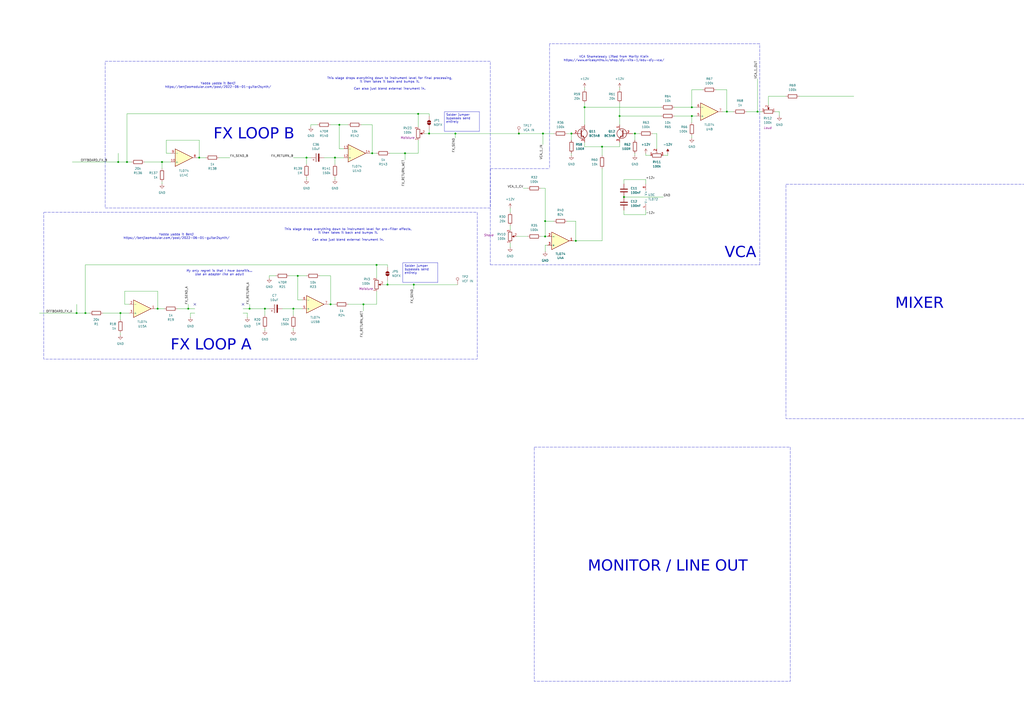
<source format=kicad_sch>
(kicad_sch (version 20231120) (generator "eeschema") (generator_version "8.0")
  (paper "A2")
  (title_block (title "Basiq Explorer") (rev "1.0") (company "velvia-fifty") (comment 1 "https://github.com/velvia-fifty/AudioThings") (comment 2 "If you only sent just one to the fab...") (comment 4 "Stay humble"))
  (lib_symbols
    (symbol "Amplifier_Operational:TL072" (pin_names (offset 0.127))
      (property "Reference" "U" (at 0 5.08 0))
      (property "Value" "TL072" (at 0 -5.08 0))
      (symbol "TL072_1_1"
        (polyline (pts (xy -5.08 5.08) (xy 5.08 0) (xy -5.08 -5.08) (xy -5.08 5.08)) (stroke (width 0.254)) (fill (type background)))
        (pin output line (at 7.62 0 180) (length 2.54) (name "~") (number "1"))
        (pin input line (at -7.62 -2.54 0) (length 2.54) (name "-") (number "2"))
        (pin input line (at -7.62 2.54 0) (length 2.54) (name "+") (number "3"))
      )
      (symbol "TL072_2_1"
        (polyline (pts (xy -5.08 5.08) (xy 5.08 0) (xy -5.08 -5.08) (xy -5.08 5.08)) (stroke (width 0.254)) (fill (type background)))
        (pin input line (at -7.62 2.54 0) (length 2.54) (name "+") (number "5"))
        (pin input line (at -7.62 -2.54 0) (length 2.54) (name "-") (number "6"))
        (pin output line (at 7.62 0 180) (length 2.54) (name "~") (number "7"))
      )
      (symbol "TL072_3_1"
        (pin power_in line (at -2.54 -7.62 90) (length 3.81) (name "V-") (number "4"))
        (pin power_in line (at -2.54 7.62 270) (length 3.81) (name "V+") (number "8"))
      )
    )
    (symbol "Amplifier_Operational:TL074" (pin_names (offset 0.127))
      (property "Reference" "U" (at 0 5.08 0))
      (property "Value" "TL074" (at 0 -5.08 0))
      (symbol "TL074_1_1"
        (polyline (pts (xy -5.08 5.08) (xy 5.08 0) (xy -5.08 -5.08) (xy -5.08 5.08)) (stroke (width 0.254)) (fill (type background)))
        (pin output line (at 7.62 0 180) (length 2.54) (name "~") (number "1"))
        (pin input line (at -7.62 -2.54 0) (length 2.54) (name "-") (number "2"))
        (pin input line (at -7.62 2.54 0) (length 2.54) (name "+") (number "3"))
      )
      (symbol "TL074_2_1"
        (polyline (pts (xy -5.08 5.08) (xy 5.08 0) (xy -5.08 -5.08) (xy -5.08 5.08)) (stroke (width 0.254)) (fill (type background)))
        (pin input line (at -7.62 2.54 0) (length 2.54) (name "+") (number "5"))
        (pin input line (at -7.62 -2.54 0) (length 2.54) (name "-") (number "6"))
        (pin output line (at 7.62 0 180) (length 2.54) (name "~") (number "7"))
      )
      (symbol "TL074_3_1"
        (polyline (pts (xy -5.08 5.08) (xy 5.08 0) (xy -5.08 -5.08) (xy -5.08 5.08)) (stroke (width 0.254)) (fill (type background)))
        (pin input line (at -7.62 2.54 0) (length 2.54) (name "+") (number "10"))
        (pin output line (at 7.62 0 180) (length 2.54) (name "~") (number "8"))
        (pin input line (at -7.62 -2.54 0) (length 2.54) (name "-") (number "9"))
      )
      (symbol "TL074_4_1"
        (polyline (pts (xy -5.08 5.08) (xy 5.08 0) (xy -5.08 -5.08) (xy -5.08 5.08)) (stroke (width 0.254)) (fill (type background)))
        (pin input line (at -7.62 2.54 0) (length 2.54) (name "+") (number "12"))
        (pin input line (at -7.62 -2.54 0) (length 2.54) (name "-") (number "13"))
        (pin output line (at 7.62 0 180) (length 2.54) (name "~") (number "14"))
      )
      (symbol "TL074_5_1"
        (pin power_in line (at -2.54 -7.62 90) (length 3.81) (name "V-") (number "11"))
        (pin power_in line (at -2.54 7.62 270) (length 3.81) (name "V+") (number "4"))
      )
    )
    (symbol "Connector:TestPoint" (pin_numbers hide) (pin_names (offset 0.762) hide)
      (property "Reference" "TP" (at 0 6.858 0))
      (property "Value" "TestPoint" (at 0 5.08 0))
      (symbol "TestPoint_0_1"
        (circle (center 0 3.302) (radius 0.762))
      )
      (symbol "TestPoint_1_1"
        (pin passive line (at 0 0 90) (length 2.54) (name "1") (number "1"))
      )
    )
    (symbol "Device:C" (pin_numbers hide) (pin_names (offset 0.254))
      (property "Reference" "C" (at 0.635 2.54 0))
      (property "Value" "C" (at 0.635 -2.54 0))
      (symbol "C_0_1"
        (polyline (pts (xy -2.032 -0.762) (xy 2.032 -0.762)) (stroke (width 0.508)))
        (polyline (pts (xy -2.032 0.762) (xy 2.032 0.762)) (stroke (width 0.508)))
      )
      (symbol "C_1_1"
        (pin passive line (at 0 3.81 270) (length 2.794) (name "~") (number "1"))
        (pin passive line (at 0 -3.81 90) (length 2.794) (name "~") (number "2"))
      )
    )
    (symbol "Device:C_Polarized" (pin_numbers hide) (pin_names (offset 0.254))
      (property "Reference" "C" (at 0.635 2.54 0))
      (property "Value" "C_Polarized" (at 0.635 -2.54 0))
      (symbol "C_Polarized_0_1"
        (rectangle (start -2.286 0.508) (end 2.286 1.016))
        (polyline (pts (xy -1.778 2.286) (xy -0.762 2.286)))
        (polyline (pts (xy -1.27 2.794) (xy -1.27 1.778)))
        (rectangle (start 2.286 -0.508) (end -2.286 -1.016) (fill (type outline)))
      )
      (symbol "C_Polarized_1_1"
        (pin passive line (at 0 3.81 270) (length 2.794) (name "~") (number "1"))
        (pin passive line (at 0 -3.81 90) (length 2.794) (name "~") (number "2"))
      )
    )
    (symbol "Device:R" (pin_numbers hide) (pin_names (offset 0))
      (property "Reference" "R" (at 2.032 0 90))
      (property "Value" "R" (at 0 0 90))
      (symbol "R_0_1"
        (rectangle (start -1.016 -2.54) (end 1.016 2.54) (stroke (width 0.254)))
      )
      (symbol "R_1_1"
        (pin passive line (at 0 3.81 270) (length 1.27) (name "~") (number "1"))
        (pin passive line (at 0 -3.81 90) (length 1.27) (name "~") (number "2"))
      )
    )
    (symbol "Device:R_Potentiometer" (pin_names (offset 1.016) hide)
      (property "Reference" "RV" (at -4.445 0 90))
      (property "Value" "R_Potentiometer" (at -2.54 0 90))
      (symbol "R_Potentiometer_0_1"
        (polyline (pts (xy 2.54 0) (xy 1.524 0)))
        (polyline (pts (xy 1.143 0) (xy 2.286 0.508) (xy 2.286 -0.508) (xy 1.143 0)) (fill (type outline)))
        (rectangle (start 1.016 2.54) (end -1.016 -2.54) (stroke (width 0.254)))
      )
      (symbol "R_Potentiometer_1_1"
        (pin passive line (at 0 3.81 270) (length 1.27) (name "1") (number "1"))
        (pin passive line (at 3.81 0 180) (length 1.27) (name "2") (number "2"))
        (pin passive line (at 0 -3.81 90) (length 1.27) (name "3") (number "3"))
      )
    )
    (symbol "Device:R_Potentiometer_Trim" (pin_names (offset 1.016) hide)
      (property "Reference" "RV" (at -4.445 0 90))
      (property "Value" "R_Potentiometer_Trim" (at -2.54 0 90))
      (symbol "R_Potentiometer_Trim_0_1"
        (polyline (pts (xy 1.524 0.762) (xy 1.524 -0.762)))
        (polyline (pts (xy 2.54 0) (xy 1.524 0)))
        (rectangle (start 1.016 2.54) (end -1.016 -2.54) (stroke (width 0.254)))
      )
      (symbol "R_Potentiometer_Trim_1_1"
        (pin passive line (at 0 3.81 270) (length 1.27) (name "1") (number "1"))
        (pin passive line (at 3.81 0 180) (length 1.27) (name "2") (number "2"))
        (pin passive line (at 0 -3.81 90) (length 1.27) (name "3") (number "3"))
      )
    )
    (symbol "Jumper:SolderJumper_2_Open" (pin_numbers hide) (pin_names (offset 0) hide) (exclude_from_sim yes) (in_bom no)
      (property "Reference" "JP" (at 0 2.032 0))
      (property "Value" "SolderJumper_2_Open" (at 0 -2.54 0))
      (symbol "SolderJumper_2_Open_0_1"
        (arc (start -0.254 1.016) (mid -1.2656 0) (end -0.254 -1.016))
        (arc (start -0.254 1.016) (mid -1.2656 0) (end -0.254 -1.016) (fill (type outline)))
        (polyline (pts (xy -0.254 1.016) (xy -0.254 -1.016)))
        (polyline (pts (xy 0.254 1.016) (xy 0.254 -1.016)))
        (arc (start 0.254 -1.016) (mid 1.2656 0) (end 0.254 1.016))
        (arc (start 0.254 -1.016) (mid 1.2656 0) (end 0.254 1.016) (fill (type outline)))
      )
      (symbol "SolderJumper_2_Open_1_1"
        (pin passive line (at -3.81 0 0) (length 2.54) (name "A") (number "1"))
        (pin passive line (at 3.81 0 180) (length 2.54) (name "B") (number "2"))
      )
    )
    (symbol "Transistor_BJT:BC548" (pin_names (offset 0) hide)
      (property "Reference" "Q" (at 5.08 1.905 0))
      (property "Value" "BC548" (at 5.08 0 0))
      (symbol "BC548_0_1"
        (polyline (pts (xy 0 0) (xy 0.635 0)))
        (polyline (pts (xy 0.635 0.635) (xy 2.54 2.54)))
        (polyline (pts (xy 0.635 -0.635) (xy 2.54 -2.54) (xy 2.54 -2.54)))
        (polyline (pts (xy 0.635 1.905) (xy 0.635 -1.905) (xy 0.635 -1.905)) (stroke (width 0.508)))
        (polyline (pts (xy 1.27 -1.778) (xy 1.778 -1.27) (xy 2.286 -2.286) (xy 1.27 -1.778) (xy 1.27 -1.778)) (fill (type outline)))
        (circle (center 1.27 0) (radius 2.8194) (stroke (width 0.254)))
      )
      (symbol "BC548_1_1"
        (pin passive line (at 2.54 5.08 270) (length 2.54) (name "C") (number "1"))
        (pin input line (at -5.08 0 0) (length 5.08) (name "B") (number "2"))
        (pin passive line (at 2.54 -5.08 90) (length 2.54) (name "E") (number "3"))
      )
    )
    (symbol "power:+12V" (power) (pin_numbers hide) (pin_names (offset 0) hide)
      (property "Value" "+12V" (at 0 3.556 0))
      (symbol "+12V_0_1"
        (polyline (pts (xy -0.762 1.27) (xy 0 2.54)))
        (polyline (pts (xy 0 0) (xy 0 2.54)))
        (polyline (pts (xy 0 2.54) (xy 0.762 1.27)))
      )
      (symbol "+12V_1_1"
        (pin power_in line (at 0 0 90) (length 0) (name "~") (number "1"))
      )
    )
    (symbol "power:-12V" (power) (pin_numbers hide) (pin_names (offset 0) hide)
      (property "Value" "-12V" (at 0 3.556 0))
      (symbol "-12V_0_0"
        (pin power_in line (at 0 0 90) (length 0) (name "~") (number "1"))
      )
      (symbol "-12V_0_1"
        (polyline (pts (xy 0 0) (xy 0 1.27) (xy 0.762 1.27) (xy 0 2.54) (xy -0.762 1.27) (xy 0 1.27)) (fill (type outline)))
      )
    )
    (symbol "power:GND" (power) (pin_numbers hide) (pin_names (offset 0) hide)
      (property "Value" "GND" (at 0 -3.81 0))
      (symbol "GND_0_1"
        (polyline (pts (xy 0 0) (xy 0 -1.27) (xy 1.27 -1.27) (xy 0 -2.54) (xy -1.27 -1.27) (xy 0 -1.27)))
      )
      (symbol "GND_1_1"
        (pin power_in line (at 0 0 270) (length 0) (name "~") (number "1"))
      )
    )
  )
  (junction (at 300.99 77.47))
  (junction (at 196.85 72.39))
  (junction (at 218.44 153.67))
  (junction (at 248.92 77.47))
  (junction (at 172.72 160.02))
  (junction (at 68.58 93.98))
  (junction (at 401.32 62.23))
  (junction (at 334.01 139.7))
  (junction (at 314.96 77.47))
  (junction (at 170.18 179.07))
  (junction (at 401.32 67.31))
  (junction (at 191.77 176.53))
  (junction (at 93.98 93.98))
  (junction (at 215.9 88.9))
  (junction (at 240.03 165.1))
  (junction (at 368.3 77.47))
  (junction (at 439.42 64.77))
  (junction (at 153.67 179.07))
  (junction (at 316.23 137.16))
  (junction (at 421.64 64.77))
  (junction (at 316.23 128.27))
  (junction (at 224.79 165.1))
  (junction (at 115.57 91.44))
  (junction (at 234.95 88.9))
  (junction (at 69.85 181.61))
  (junction (at 91.44 179.07))
  (junction (at 109.22 179.07))
  (junction (at 349.25 85.09))
  (junction (at 73.66 93.98))
  (junction (at 177.8 91.44))
  (junction (at 144.78 179.07))
  (junction (at 264.16 77.47))
  (junction (at 44.45 181.61))
  (junction (at 361.95 114.3))
  (junction (at 359.41 67.31))
  (junction (at 194.31 91.44))
  (junction (at 49.53 181.61))
  (junction (at 339.09 62.23))
  (junction (at 210.82 176.53))
  (junction (at 331.47 77.47))
  (junction (at 242.57 66.04))
  (no_connect (at 140.97 176.53))
  (no_connect (at 113.03 176.53))
  (wire (pts (xy 209.55 72.39) (xy 215.9 72.39)))
  (wire (pts (xy 210.82 180.34) (xy 210.82 176.53)))
  (wire (pts (xy 401.32 52.07) (xy 401.32 62.23)))
  (polyline (pts (xy 284.48 97.79) (xy 284.48 153.67)) (stroke (width 0) (type dash)))
  (wire (pts (xy 140.97 179.07) (xy 144.78 179.07)))
  (wire (pts (xy 374.65 104.14) (xy 374.65 106.68)))
  (wire (pts (xy 316.23 109.22) (xy 316.23 128.27)))
  (wire (pts (xy 368.3 81.28) (xy 368.3 77.47)))
  (wire (pts (xy 109.22 176.53) (xy 109.22 179.07)))
  (wire (pts (xy 439.42 45.72) (xy 439.42 64.77)))
  (wire (pts (xy 439.42 64.77) (xy 433.07 64.77)))
  (wire (pts (xy 191.77 72.39) (xy 196.85 72.39)))
  (wire (pts (xy 295.91 143.51) (xy 295.91 140.97)))
  (wire (pts (xy 359.41 85.09) (xy 359.41 82.55)))
  (wire (pts (xy 175.26 173.99) (xy 172.72 173.99)))
  (wire (pts (xy 91.44 168.91) (xy 91.44 179.07)))
  (wire (pts (xy 374.65 124.46) (xy 374.65 121.92)))
  (wire (pts (xy 313.69 137.16) (xy 316.23 137.16)))
  (wire (pts (xy 73.66 93.98) (xy 76.2 93.98)))
  (wire (pts (xy 144.78 176.53) (xy 144.78 179.07)))
  (wire (pts (xy 102.87 179.07) (xy 109.22 179.07)))
  (wire (pts (xy 74.93 176.53) (xy 72.39 176.53)))
  (wire (pts (xy 303.53 109.22) (xy 306.07 109.22)))
  (wire (pts (xy 295.91 120.65) (xy 295.91 123.19)))
  (wire (pts (xy 199.39 91.44) (xy 194.31 91.44)))
  (wire (pts (xy 381 86.36) (xy 381 77.47)))
  (wire (pts (xy 127 91.44) (xy 133.35 91.44)))
  (wire (pts (xy 339.09 50.8) (xy 339.09 52.07)))
  (polyline (pts (xy 284.48 97.79) (xy 318.77 97.79)) (stroke (width 0) (type dash)))
  (wire (pts (xy 153.67 182.88) (xy 153.67 179.07)))
  (wire (pts (xy 218.44 88.9) (xy 215.9 88.9)))
  (wire (pts (xy 248.92 77.47) (xy 246.38 77.47)))
  (wire (pts (xy 300.99 77.47) (xy 314.96 77.47)))
  (wire (pts (xy 242.57 73.66) (xy 242.57 66.04)))
  (wire (pts (xy 314.96 77.47) (xy 314.96 83.82)))
  (wire (pts (xy 224.79 165.1) (xy 222.25 165.1)))
  (wire (pts (xy 172.72 160.02) (xy 177.8 160.02)))
  (polyline (pts (xy 440.69 25.4) (xy 318.77 25.4)) (stroke (width 0) (type dash)))
  (wire (pts (xy 316.23 109.22) (xy 313.69 109.22)))
  (wire (pts (xy 368.3 90.17) (xy 368.3 88.9)))
  (wire (pts (xy 69.85 181.61) (xy 69.85 185.42)))
  (wire (pts (xy 334.01 139.7) (xy 349.25 139.7)))
  (wire (pts (xy 91.44 179.07) (xy 90.17 179.07)))
  (wire (pts (xy 180.34 91.44) (xy 177.8 91.44)))
  (wire (pts (xy 374.65 88.9) (xy 374.65 90.17)))
  (wire (pts (xy 170.18 179.07) (xy 163.83 179.07)))
  (wire (pts (xy 445.77 55.88) (xy 455.93 55.88)))
  (wire (pts (xy 49.53 181.61) (xy 52.07 181.61)))
  (wire (pts (xy 93.98 105.41) (xy 93.98 106.68)))
  (wire (pts (xy 194.31 95.25) (xy 194.31 91.44)))
  (wire (pts (xy 248.92 77.47) (xy 264.16 77.47)))
  (wire (pts (xy 441.96 64.77) (xy 439.42 64.77)))
  (wire (pts (xy 144.78 179.07) (xy 153.67 179.07)))
  (wire (pts (xy 328.93 77.47) (xy 331.47 77.47)))
  (wire (pts (xy 316.23 128.27) (xy 321.31 128.27)))
  (wire (pts (xy 421.64 64.77) (xy 421.64 52.07)))
  (wire (pts (xy 359.41 50.8) (xy 359.41 52.07)))
  (wire (pts (xy 361.95 114.3) (xy 384.81 114.3)))
  (wire (pts (xy 96.52 88.9) (xy 96.52 81.28)))
  (wire (pts (xy 391.16 62.23) (xy 401.32 62.23)))
  (wire (pts (xy 201.93 176.53) (xy 210.82 176.53)))
  (wire (pts (xy 248.92 74.93) (xy 248.92 77.47)))
  (wire (pts (xy 316.23 137.16) (xy 316.23 128.27)))
  (wire (pts (xy 316.23 142.24) (xy 316.23 146.05)))
  (wire (pts (xy 210.82 176.53) (xy 218.44 176.53)))
  (wire (pts (xy 314.96 77.47) (xy 321.31 77.47)))
  (wire (pts (xy 374.65 90.17) (xy 377.19 90.17)))
  (wire (pts (xy 22.86 181.61) (xy 44.45 181.61)))
  (wire (pts (xy 218.44 168.91) (xy 218.44 176.53)))
  (wire (pts (xy 99.06 88.9) (xy 96.52 88.9)))
  (wire (pts (xy 156.21 160.02) (xy 160.02 160.02)))
  (wire (pts (xy 110.49 181.61) (xy 113.03 181.61)))
  (wire (pts (xy 334.01 128.27) (xy 328.93 128.27)))
  (wire (pts (xy 349.25 139.7) (xy 349.25 97.79)))
  (wire (pts (xy 119.38 91.44) (xy 115.57 91.44)))
  (wire (pts (xy 110.49 184.15) (xy 110.49 181.61)))
  (wire (pts (xy 69.85 193.04) (xy 69.85 194.31)))
  (wire (pts (xy 332.74 139.7) (xy 334.01 139.7)))
  (wire (pts (xy 83.82 93.98) (xy 93.98 93.98)))
  (wire (pts (xy 226.06 88.9) (xy 234.95 88.9)))
  (wire (pts (xy 72.39 176.53) (xy 72.39 168.91)))
  (wire (pts (xy 234.95 88.9) (xy 242.57 88.9)))
  (wire (pts (xy 299.72 137.16) (xy 306.07 137.16)))
  (wire (pts (xy 264.16 77.47) (xy 300.99 77.47)))
  (wire (pts (xy 153.67 190.5) (xy 153.67 191.77)))
  (wire (pts (xy 359.41 59.69) (xy 359.41 67.31)))
  (wire (pts (xy 370.84 77.47) (xy 368.3 77.47)))
  (wire (pts (xy 143.51 181.61) (xy 140.97 181.61)))
  (wire (pts (xy 234.95 92.71) (xy 234.95 88.9)))
  (wire (pts (xy 199.39 86.36) (xy 196.85 86.36)))
  (wire (pts (xy 349.25 85.09) (xy 349.25 90.17)))
  (wire (pts (xy 421.64 64.77) (xy 425.45 64.77)))
  (wire (pts (xy 180.34 72.39) (xy 184.15 72.39)))
  (wire (pts (xy 317.5 137.16) (xy 316.23 137.16)))
  (wire (pts (xy 49.53 153.67) (xy 49.53 181.61)))
  (wire (pts (xy 93.98 93.98) (xy 93.98 97.79)))
  (wire (pts (xy 387.35 90.17) (xy 384.81 90.17)))
  (wire (pts (xy 215.9 72.39) (xy 215.9 88.9)))
  (wire (pts (xy 361.95 121.92) (xy 361.95 124.46)))
  (polyline (pts (xy 284.48 153.67) (xy 440.69 153.67)) (stroke (width 0) (type dash)))
  (wire (pts (xy 156.21 179.07) (xy 153.67 179.07)))
  (wire (pts (xy 368.3 77.47) (xy 367.03 77.47)))
  (wire (pts (xy 419.1 64.77) (xy 421.64 64.77)))
  (wire (pts (xy 339.09 82.55) (xy 339.09 85.09)))
  (wire (pts (xy 109.22 179.07) (xy 113.03 179.07)))
  (wire (pts (xy 361.95 106.68) (xy 361.95 104.14)))
  (wire (pts (xy 317.5 142.24) (xy 316.23 142.24)))
  (wire (pts (xy 383.54 62.23) (xy 339.09 62.23)))
  (wire (pts (xy 95.25 179.07) (xy 91.44 179.07)))
  (wire (pts (xy 401.32 62.23) (xy 403.86 62.23)))
  (wire (pts (xy 331.47 81.28) (xy 331.47 77.47)))
  (wire (pts (xy 361.95 124.46) (xy 374.65 124.46)))
  (wire (pts (xy 177.8 95.25) (xy 177.8 91.44)))
  (wire (pts (xy 180.34 73.66) (xy 180.34 72.39)))
  (wire (pts (xy 96.52 81.28) (xy 115.57 81.28)))
  (wire (pts (xy 339.09 85.09) (xy 349.25 85.09)))
  (wire (pts (xy 248.92 66.04) (xy 242.57 66.04)))
  (wire (pts (xy 339.09 59.69) (xy 339.09 62.23)))
  (wire (pts (xy 44.45 181.61) (xy 49.53 181.61)))
  (wire (pts (xy 191.77 176.53) (xy 190.5 176.53)))
  (wire (pts (xy 401.32 80.01) (xy 401.32 78.74)))
  (wire (pts (xy 68.58 93.98) (xy 73.66 93.98)))
  (polyline (pts (xy 440.69 153.67) (xy 440.69 25.4)) (stroke (width 0) (type dash)))
  (wire (pts (xy 387.35 88.9) (xy 387.35 90.17)))
  (wire (pts (xy 339.09 62.23) (xy 339.09 72.39)))
  (wire (pts (xy 170.18 190.5) (xy 170.18 191.77)))
  (wire (pts (xy 248.92 67.31) (xy 248.92 66.04)))
  (wire (pts (xy 172.72 173.99) (xy 172.72 160.02)))
  (wire (pts (xy 359.41 72.39) (xy 359.41 67.31)))
  (wire (pts (xy 242.57 81.28) (xy 242.57 88.9)))
  (wire (pts (xy 72.39 168.91) (xy 91.44 168.91)))
  (wire (pts (xy 224.79 165.1) (xy 240.03 165.1)))
  (wire (pts (xy 99.06 93.98) (xy 93.98 93.98)))
  (wire (pts (xy 194.31 176.53) (xy 191.77 176.53)))
  (wire (pts (xy 224.79 162.56) (xy 224.79 165.1)))
  (wire (pts (xy 224.79 154.94) (xy 224.79 153.67)))
  (wire (pts (xy 215.9 88.9) (xy 214.63 88.9)))
  (wire (pts (xy 391.16 67.31) (xy 401.32 67.31)))
  (wire (pts (xy 349.25 85.09) (xy 359.41 85.09)))
  (wire (pts (xy 194.31 91.44) (xy 187.96 91.44)))
  (wire (pts (xy 334.01 128.27) (xy 334.01 139.7)))
  (wire (pts (xy 463.55 55.88) (xy 495.3 55.88)))
  (wire (pts (xy 44.45 176.53) (xy 44.45 181.61)))
  (wire (pts (xy 170.18 182.88) (xy 170.18 179.07)))
  (wire (pts (xy 242.57 66.04) (xy 73.66 66.04)))
  (wire (pts (xy 421.64 52.07) (xy 415.29 52.07)))
  (wire (pts (xy 185.42 160.02) (xy 191.77 160.02)))
  (wire (pts (xy 295.91 130.81) (xy 295.91 133.35)))
  (wire (pts (xy 194.31 102.87) (xy 194.31 104.14)))
  (wire (pts (xy 73.66 66.04) (xy 73.66 93.98)))
  (wire (pts (xy 74.93 181.61) (xy 69.85 181.61)))
  (wire (pts (xy 218.44 153.67) (xy 49.53 153.67)))
  (wire (pts (xy 68.58 88.9) (xy 68.58 93.98)))
  (wire (pts (xy 264.16 80.01) (xy 264.16 77.47)))
  (wire (pts (xy 156.21 161.29) (xy 156.21 160.02)))
  (wire (pts (xy 41.91 93.98) (xy 68.58 93.98)))
  (wire (pts (xy 177.8 102.87) (xy 177.8 104.14)))
  (wire (pts (xy 359.41 67.31) (xy 383.54 67.31)))
  (wire (pts (xy 196.85 86.36) (xy 196.85 72.39)))
  (wire (pts (xy 167.64 160.02) (xy 172.72 160.02)))
  (wire (pts (xy 240.03 167.64) (xy 240.03 165.1)))
  (polyline (pts (xy 318.77 25.4) (xy 318.77 86.36)) (stroke (width 0) (type dash)))
  (wire (pts (xy 445.77 60.96) (xy 445.77 55.88)))
  (wire (pts (xy 115.57 81.28) (xy 115.57 91.44)))
  (wire (pts (xy 361.95 104.14) (xy 374.65 104.14)))
  (wire (pts (xy 143.51 184.15) (xy 143.51 181.61)))
  (polyline (pts (xy 318.77 86.36) (xy 318.77 97.79)) (stroke (width 0) (type dash)))
  (wire (pts (xy 401.32 67.31) (xy 403.86 67.31)))
  (wire (pts (xy 452.12 64.77) (xy 449.58 64.77)))
  (wire (pts (xy 381 77.47) (xy 378.46 77.47)))
  (wire (pts (xy 452.12 67.31) (xy 452.12 64.77)))
  (wire (pts (xy 59.69 181.61) (xy 69.85 181.61)))
  (wire (pts (xy 224.79 153.67) (xy 218.44 153.67)))
  (wire (pts (xy 196.85 72.39) (xy 201.93 72.39)))
  (wire (pts (xy 331.47 90.17) (xy 331.47 88.9)))
  (wire (pts (xy 177.8 91.44) (xy 170.18 91.44)))
  (wire (pts (xy 407.67 52.07) (xy 401.32 52.07)))
  (wire (pts (xy 115.57 91.44) (xy 114.3 91.44)))
  (wire (pts (xy 175.26 179.07) (xy 170.18 179.07)))
  (wire (pts (xy 218.44 161.29) (xy 218.44 153.67)))
  (wire (pts (xy 191.77 160.02) (xy 191.77 176.53)))
  (wire (pts (xy 401.32 71.12) (xy 401.32 67.31)))
  (wire (pts (xy 240.03 165.1) (xy 265.43 165.1)))
  (rectangle (start 455.93 106.934) (end 604.52 242.824) (stroke (width 0) (type dash)))
  (rectangle (start 60.96 35.56) (end 284.48 120.65) (stroke (width 0) (type dash)))
  (rectangle (start 25.4 123.19) (end 276.86 208.28) (stroke (width 0) (type dash)))
  (rectangle (start 309.88 259.334) (end 458.47 395.224) (stroke (width 0) (type dash)))
  (text_box "Solder jumper bypasses send entirely" (at 233.68 152.4 0) (size 20.32 11.43) (effects (font (size 1.27 1.27)) (justify left top)))
  (text_box "Solder jumper bypasses send entirely" (at 257.81 64.77 0) (size 20.32 11.43) (effects (font (size 1.27 1.27)) (justify left top)))
  (text "FX LOOP A" (at 122.428 201.93 0) (effects (font (size 6.35 6.35))))
  (text "FX LOOP B" (at 147.32 79.502 0) (effects (font (size 6.35 6.35))))
  (text "MIXER" (at 533.4 177.8 0) (effects (font (size 6.35 6.35))))
  (text "VCA" (at 429.514 148.336 0) (effects (font (size 6.35 6.35))))
  (text "Yadda yadda it Benji\nhttps://benjiaomodular.com/post/2022-06-01-guitar2synth/" (at 102.362 137.16 0) (effects (font (size 1.27 1.27))))
  (text "VCA Shamelessly Lifted from Moritz Klein\nhttps://www.ericasynths.lv/shop/diy-kits-1/edu-diy-vca/" (at 356.108 34.036 0) (effects (font (size 1.27 1.27))))
  (text "My only regret is that I hsve boneitis...\nUse an adapter like an adult" (at 127.254 158.242 0) (effects (font (size 1.27 1.27) (italic yes))))
  (text "Yadda yadda it Benji\nhttps://benjiaomodular.com/post/2022-06-01-guitar2synth/" (at 126.492 49.53 0) (effects (font (size 1.27 1.27))))
  (text "This stage drops everything down to instrument level for pre-filter effects,\nit then takes it back and bumps it.\n\nCan also just blend external insrument in." (at 201.93 136.144 0) (effects (font (size 1.27 1.27))))
  (text "MONITOR / LINE OUT" (at 387.35 330.2 0) (effects (font (size 6.35 6.35))))
  (text "This stage drops everything down to instrument level for final processing,\nit then takes it back and bumps it.\n\nCan also just blend external insrument in." (at 226.06 48.514 0) (effects (font (size 1.27 1.27))))
  (label "VCA_1_IN" (at 314.96 83.82 270))
  (label "+12v" (at 374.65 104.14 0))
  (label "GND" (at 384.81 114.3 0))
  (label "FX_SEND" (at 264.16 80.01 270))
  (label "FX_RETURN_B" (at 170.18 91.44 180))
  (label "FX_RETURN_WET" (at 234.95 92.71 270))
  (label "VCA_1_CV" (at 303.53 109.22 180))
  (label "OFFBOARD_FX_B" (at 62.23 93.98 180))
  (label "FX_SEND_A" (at 109.22 176.53 90))
  (label "OFFBOARD_FX_A" (at 41.91 181.61 180))
  (label "VCA_1_OUT" (at 439.42 45.72 90))
  (label "FX_SEND" (at 240.03 167.64 270))
  (label "FX_SEND_B" (at 133.35 91.44 0))
  (label "FX_RETURN_A" (at 144.78 176.53 90))
  (label "FX_RETURN_WET" (at 210.82 180.34 270))
  (label "-12v" (at 374.65 124.46 0))
  (symbol (lib_id "power:GND") (at 452.12 67.31 0) (unit 1)
    (property "Reference" "#PWR0105" (effects (hide yes)))
    (property "Value" "GND" (at 452.12 72.39 0))
    (property "Description" "Power symbol creates a global label with name \"GND\" , ground" (effects (hide yes)))
  )
  (symbol (lib_id "Device:C_Polarized") (at 160.02 179.07 90) (unit 1)
    (property "Reference" "C7" (at 159.131 171.45 90))
    (property "Value" "10uF" (at 159.131 173.99 90))
    (property "Footprint" "Capacitor_SMD:C_0805_2012Metric_Pad1.18x1.45mm_HandSolder" (effects (hide yes)))
    (property "Description" "Polarized capacitor" (effects (hide yes)))
  )
  (symbol (lib_id "power:+12V") (at 295.91 120.65 0) (unit 1)
    (property "Reference" "#PWR040" (effects (hide yes)))
    (property "Value" "+12V" (at 295.91 115.57 0))
    (property "Description" "Power symbol creates a global label with name \"+12V\"" (effects (hide yes)))
  )
  (symbol (lib_id "Device:R") (at 69.85 189.23 0) (mirror x) (unit 1)
    (property "Reference" "R18" (at 67.3916 187.9599 0) (effects (justify right)))
    (property "Value" "1k" (at 67.3916 190.4999 0) (effects (justify right)))
    (property "Footprint" "Resistor_SMD:R_0805_2012Metric_Pad1.20x1.40mm_HandSolder" (effects (hide yes)))
    (property "Description" "Resistor" (effects (hide yes)))
  )
  (symbol (lib_id "Device:C_Polarized") (at 184.15 91.44 90) (unit 1)
    (property "Reference" "C36" (at 183.261 83.82 90))
    (property "Value" "10uF" (at 183.261 86.36 90))
    (property "Footprint" "Capacitor_SMD:C_0805_2012Metric_Pad1.18x1.45mm_HandSolder" (effects (hide yes)))
    (property "Description" "Polarized capacitor" (effects (hide yes)))
  )
  (symbol (lib_id "Amplifier_Operational:TL074") (at 207.01 88.9 0) (mirror x) (unit 4)
    (property "Reference" "U14" (at 207.01 99.06 0))
    (property "Value" "TL074" (at 207.01 96.52 0))
    (property "Footprint" "Package_SO:TSSOP-14_4.4x5mm_P0.65mm" (effects (hide yes)))
    (property "Datasheet" "http://www.ti.com/lit/ds/symlink/tl071.pdf" (effects (hide yes)))
    (property "Description" "Quad Low-Noise JFET-Input Operational Amplifiers, DIP-14/SOIC-14" (effects (hide yes)))
  )
  (symbol (lib_id "Device:R") (at 368.3 85.09 0) (mirror x) (unit 1)
    (property "Reference" "R62" (at 365.8416 83.8199 0) (effects (justify right)))
    (property "Value" "100R" (at 365.8416 86.3599 0) (effects (justify right)))
    (property "Footprint" "Resistor_SMD:R_0805_2012Metric_Pad1.20x1.40mm_HandSolder" (effects (hide yes)))
    (property "Description" "Resistor" (effects (hide yes)))
  )
  (symbol (lib_id "power:GND") (at 180.34 73.66 0) (unit 1)
    (property "Reference" "#PWR0107" (effects (hide yes)))
    (property "Value" "GND" (at 180.34 78.74 0))
    (property "Description" "Power symbol creates a global label with name \"GND\" , ground" (effects (hide yes)))
  )
  (symbol (lib_id "Device:R") (at 55.88 181.61 90) (mirror x) (unit 1)
    (property "Reference" "R1" (at 55.88 187.96 90))
    (property "Value" "20k" (at 55.88 185.42 90))
    (property "Footprint" "Resistor_SMD:R_0805_2012Metric_Pad1.20x1.40mm_HandSolder" (effects (hide yes)))
    (property "Description" "Resistor" (effects (hide yes)))
  )
  (symbol (lib_id "Connector:TestPoint") (at 300.99 77.47 0) (unit 1)
    (property "Reference" "TP17" (at 303.53 72.8979 0) (effects (justify left)))
    (property "Value" "VCA IN" (at 303.53 75.4379 0) (effects (justify left)))
    (property "Footprint" "TestPoint:TestPoint_Pad_1.0x1.0mm" (effects (hide yes)))
    (property "Description" "test point" (effects (hide yes)))
  )
  (symbol (lib_id "Jumper:SolderJumper_2_Open") (at 224.79 158.75 270) (mirror x) (unit 1) (exclude_from_sim yes) (in_bom no)
    (property "Reference" "JP5" (at 227.33 157.4799 90) (effects (justify left)))
    (property "Value" "NOFX" (at 227.33 160.0199 90) (effects (justify left)))
    (property "Footprint" "Jumper:SolderJumper-2_P1.3mm_Open_TrianglePad1.0x1.5mm" (effects (hide yes)))
    (property "Description" "Solder Jumper, 2-pole, open" (effects (hide yes)))
  )
  (symbol (lib_id "power:GND") (at 156.21 161.29 0) (unit 1)
    (property "Reference" "#PWR027" (effects (hide yes)))
    (property "Value" "GND" (at 156.21 166.37 0))
    (property "Description" "Power symbol creates a global label with name \"GND\" , ground" (effects (hide yes)))
  )
  (symbol (lib_id "power:-12V") (at 387.35 88.9 0) (unit 1)
    (property "Reference" "#PWR048" (effects (hide yes)))
    (property "Value" "-12V" (at 387.35 83.82 0))
    (property "Description" "Power symbol creates a global label with name \"-12V\"" (effects (hide yes)))
  )
  (symbol (lib_id "Device:R") (at 295.91 127 0) (mirror y) (unit 1)
    (property "Reference" "R30" (at 293.37 125.7299 0) (effects (justify left)))
    (property "Value" "20k" (at 293.37 128.2699 0) (effects (justify left)))
    (property "Footprint" "Resistor_SMD:R_0805_2012Metric_Pad1.20x1.40mm_HandSolder" (effects (hide yes)))
    (property "Description" "Resistor" (effects (hide yes)))
  )
  (symbol (lib_id "Device:R") (at 387.35 67.31 90) (mirror x) (unit 1)
    (property "Reference" "R65" (at 387.35 73.66 90))
    (property "Value" "10k" (at 387.35 71.12 90))
    (property "Footprint" "Resistor_SMD:R_0805_2012Metric_Pad1.20x1.40mm_HandSolder" (effects (hide yes)))
    (property "Description" "Resistor" (effects (hide yes)))
  )
  (symbol (lib_id "power:GND") (at 331.47 90.17 0) (mirror y) (unit 1)
    (property "Reference" "#PWR043" (effects (hide yes)))
    (property "Value" "GND" (at 331.47 95.25 0))
    (property "Description" "Power symbol creates a global label with name \"GND\" , ground" (effects (hide yes)))
  )
  (symbol (lib_id "Device:R") (at 359.41 55.88 0) (mirror x) (unit 1)
    (property "Reference" "R61" (at 356.9516 54.6099 0) (effects (justify right)))
    (property "Value" "20k" (at 356.9516 57.1499 0) (effects (justify right)))
    (property "Footprint" "Resistor_SMD:R_0805_2012Metric_Pad1.20x1.40mm_HandSolder" (effects (hide yes)))
    (property "Description" "Resistor" (effects (hide yes)))
  )
  (symbol (lib_id "power:GND") (at 177.8 104.14 0) (unit 1)
    (property "Reference" "#PWR0106" (effects (hide yes)))
    (property "Value" "GND" (at 177.8 109.22 0))
    (property "Description" "Power symbol creates a global label with name \"GND\" , ground" (effects (hide yes)))
  )
  (symbol (lib_id "power:GND") (at 368.3 90.17 0) (unit 1)
    (property "Reference" "#PWR046" (effects (hide yes)))
    (property "Value" "GND" (at 368.3 95.25 0))
    (property "Description" "Power symbol creates a global label with name \"GND\" , ground" (effects (hide yes)))
  )
  (symbol (lib_id "Amplifier_Operational:TL074") (at 106.68 91.44 0) (mirror x) (unit 3)
    (property "Reference" "U14" (at 106.68 101.6 0))
    (property "Value" "TL074" (at 106.68 99.06 0))
    (property "Footprint" "Package_SO:TSSOP-14_4.4x5mm_P0.65mm" (effects (hide yes)))
    (property "Datasheet" "http://www.ti.com/lit/ds/symlink/tl071.pdf" (effects (hide yes)))
    (property "Description" "Quad Low-Noise JFET-Input Operational Amplifiers, DIP-14/SOIC-14" (effects (hide yes)))
  )
  (symbol (lib_id "power:GND") (at 110.49 184.15 0) (unit 1)
    (property "Reference" "#PWR010" (effects (hide yes)))
    (property "Value" "GND" (at 110.49 189.23 0))
    (property "Description" "Power symbol creates a global label with name \"GND\" , ground" (effects (hide yes)))
  )
  (symbol (lib_id "Device:R") (at 411.48 52.07 90) (unit 1)
    (property "Reference" "R67" (at 411.48 45.72 90))
    (property "Value" "100k" (at 411.48 48.26 90))
    (property "Footprint" "Resistor_SMD:R_0805_2012Metric_Pad1.20x1.40mm_HandSolder" (effects (hide yes)))
    (property "Description" "Resistor" (effects (hide yes)))
  )
  (symbol (lib_id "Device:R") (at 222.25 88.9 90) (mirror x) (unit 1)
    (property "Reference" "R143" (at 222.25 95.25 90))
    (property "Value" "1k" (at 222.25 92.71 90))
    (property "Footprint" "Resistor_SMD:R_0805_2012Metric_Pad1.20x1.40mm_HandSolder" (effects (hide yes)))
    (property "Description" "Resistor" (effects (hide yes)))
  )
  (symbol (lib_id "power:GND") (at 93.98 106.68 0) (unit 1)
    (property "Reference" "#PWR0104" (effects (hide yes)))
    (property "Value" "GND" (at 93.98 111.76 0))
    (property "Description" "Power symbol creates a global label with name \"GND\" , ground" (effects (hide yes)))
  )
  (symbol (lib_id "power:+12V") (at 359.41 50.8 0) (unit 1)
    (property "Reference" "#PWR045" (effects (hide yes)))
    (property "Value" "+12V" (at 359.41 45.72 0))
    (property "Description" "Power symbol creates a global label with name \"+12V\"" (effects (hide yes)))
  )
  (symbol (lib_id "Device:R") (at 93.98 101.6 0) (mirror x) (unit 1)
    (property "Reference" "R137" (at 91.5216 100.3299 0) (effects (justify right)))
    (property "Value" "1k" (at 91.5216 102.8699 0) (effects (justify right)))
    (property "Footprint" "Resistor_SMD:R_0805_2012Metric_Pad1.20x1.40mm_HandSolder" (effects (hide yes)))
    (property "Description" "Resistor" (effects (hide yes)))
  )
  (symbol (lib_id "Device:R") (at 123.19 91.44 90) (mirror x) (unit 1)
    (property "Reference" "R138" (at 123.19 97.79 90))
    (property "Value" "1k" (at 123.19 95.25 90))
    (property "Footprint" "Resistor_SMD:R_0805_2012Metric_Pad1.20x1.40mm_HandSolder" (effects (hide yes)))
    (property "Description" "Resistor" (effects (hide yes)))
  )
  (symbol (lib_id "power:GND") (at 170.18 191.77 0) (unit 1)
    (property "Reference" "#PWR028" (effects (hide yes)))
    (property "Value" "GND" (at 170.18 196.85 0))
    (property "Description" "Power symbol creates a global label with name \"GND\" , ground" (effects (hide yes)))
  )
  (symbol (lib_id "Device:R_Potentiometer_Trim") (at 381 90.17 90) (unit 1)
    (property "Reference" "RV11" (at 381 93.98 90))
    (property "Value" "100k" (at 381 96.52 90))
    (property "Footprint" "Resistor_SMD:R_0805_2012Metric_Pad1.20x1.40mm_HandSolder" (effects (hide yes)))
    (property "Description" "Trim-potentiometer" (effects (hide yes)))
  )
  (symbol (lib_id "Device:R") (at 153.67 186.69 0) (mirror x) (unit 1)
    (property "Reference" "R20" (at 151.2116 185.4199 0) (effects (justify right)))
    (property "Value" "1M" (at 151.2116 187.9599 0) (effects (justify right)))
    (property "Footprint" "Resistor_SMD:R_0805_2012Metric_Pad1.20x1.40mm_HandSolder" (effects (hide yes)))
    (property "Description" "Resistor" (effects (hide yes)))
  )
  (symbol (lib_id "Device:R") (at 325.12 77.47 270) (mirror x) (unit 1)
    (property "Reference" "R36" (at 325.12 71.12 90))
    (property "Value" "100k" (at 325.12 73.66 90))
    (property "Footprint" "Resistor_SMD:R_0805_2012Metric_Pad1.20x1.40mm_HandSolder" (effects (hide yes)))
    (property "Description" "Resistor" (effects (hide yes)))
  )
  (symbol (lib_id "Device:R_Potentiometer") (at 295.91 137.16 0) (mirror x) (unit 1)
    (property "Reference" "RV10" (at 293.37 135.8899 0) (effects (justify right)))
    (property "Value" "100k" (at 293.37 138.4299 0) (effects (justify right)))
    (property "Footprint" "Resistor_SMD:R_0805_2012Metric_Pad1.20x1.40mm_HandSolder" (effects (hide yes)))
    (property "Description" "Potentiometer" (effects (hide yes)))
    (property "Control" "Shove" (at 283.464 136.398 0) (effects (font (italic yes))))
  )
  (symbol (lib_id "Connector:TestPoint") (at 265.43 165.1 0) (unit 1)
    (property "Reference" "TP2" (at 267.97 160.5279 0) (effects (justify left)))
    (property "Value" "VCF IN" (at 267.97 163.0679 0) (effects (justify left)))
    (property "Footprint" "TestPoint:TestPoint_Pad_1.0x1.0mm" (effects (hide yes)))
    (property "Description" "test point" (effects (hide yes)))
  )
  (symbol (lib_id "power:GND") (at 69.85 194.31 0) (unit 1)
    (property "Reference" "#PWR01" (effects (hide yes)))
    (property "Value" "GND" (at 69.85 199.39 0))
    (property "Description" "Power symbol creates a global label with name \"GND\" , ground" (effects (hide yes)))
  )
  (symbol (lib_id "Device:R") (at 459.74 55.88 90) (unit 1)
    (property "Reference" "R69" (at 459.74 49.53 90))
    (property "Value" "100k" (at 459.74 52.07 90))
    (property "Footprint" "Resistor_SMD:R_0805_2012Metric_Pad1.20x1.40mm_HandSolder" (effects (hide yes)))
    (property "Description" "Resistor" (effects (hide yes)))
  )
  (symbol (lib_id "Device:R") (at 99.06 179.07 90) (mirror x) (unit 1)
    (property "Reference" "R19" (at 99.06 185.42 90))
    (property "Value" "1k" (at 99.06 182.88 90))
    (property "Footprint" "Resistor_SMD:R_0805_2012Metric_Pad1.20x1.40mm_HandSolder" (effects (hide yes)))
    (property "Description" "Resistor" (effects (hide yes)))
  )
  (symbol (lib_id "Device:R") (at 429.26 64.77 90) (unit 1)
    (property "Reference" "R68" (at 429.26 58.42 90))
    (property "Value" "1k" (at 429.26 60.96 90))
    (property "Footprint" "Resistor_SMD:R_0805_2012Metric_Pad1.20x1.40mm_HandSolder" (effects (hide yes)))
    (property "Description" "Resistor" (effects (hide yes)))
  )
  (symbol (lib_id "Device:R") (at 80.01 93.98 90) (mirror x) (unit 1)
    (property "Reference" "R136" (at 80.01 100.33 90))
    (property "Value" "20k" (at 80.01 97.79 90))
    (property "Footprint" "Resistor_SMD:R_0805_2012Metric_Pad1.20x1.40mm_HandSolder" (effects (hide yes)))
    (property "Description" "Resistor" (effects (hide yes)))
  )
  (symbol (lib_id "Device:R") (at 187.96 72.39 90) (mirror x) (unit 1)
    (property "Reference" "R140" (at 187.96 78.74 90))
    (property "Value" "470R" (at 187.96 76.2 90))
    (property "Footprint" "Resistor_SMD:R_0805_2012Metric_Pad1.20x1.40mm_HandSolder" (effects (hide yes)))
    (property "Description" "Resistor" (effects (hide yes)))
  )
  (symbol (lib_id "Amplifier_Operational:TL072") (at 377.19 114.3 0) (unit 3)
    (property "Reference" "U3" (at 375.92 113.0299 0) (effects (justify left)))
    (property "Value" "TL072" (at 375.92 115.5699 0) (effects (justify left)))
    (property "Footprint" "Package_SO:SOIC-8_3.9x4.9mm_P1.27mm" (effects (hide yes)))
    (property "Datasheet" "http://www.ti.com/lit/ds/symlink/tl071.pdf" (effects (hide yes)))
    (property "Description" "Dual Low-Noise JFET-Input Operational Amplifiers, DIP-8/SOIC-8" (effects (hide yes)))
  )
  (symbol (lib_id "Amplifier_Operational:TL074") (at 325.12 139.7 0) (mirror x) (unit 1)
    (property "Reference" "U4" (at 325.12 149.606 0))
    (property "Value" "TL074" (at 325.12 147.32 0))
    (property "Footprint" "Package_SO:TSSOP-14_4.4x5mm_P0.65mm" (effects (hide yes)))
    (property "Datasheet" "http://www.ti.com/lit/ds/symlink/tl071.pdf" (effects (hide yes)))
    (property "Description" "Quad Low-Noise JFET-Input Operational Amplifiers, DIP-14/SOIC-14" (effects (hide yes)))
  )
  (symbol (lib_id "Amplifier_Operational:TL074") (at 182.88 176.53 0) (mirror x) (unit 2)
    (property "Reference" "U15" (at 182.88 186.69 0))
    (property "Value" "TL074" (at 182.88 184.15 0))
    (property "Datasheet" "http://www.ti.com/lit/ds/symlink/tl071.pdf" (effects (hide yes)))
    (property "Description" "Quad Low-Noise JFET-Input Operational Amplifiers, DIP-14/SOIC-14" (effects (hide yes)))
  )
  (symbol (lib_id "Device:R") (at 198.12 176.53 90) (mirror x) (unit 1)
    (property "Reference" "R24" (at 198.12 182.88 90))
    (property "Value" "1k" (at 198.12 180.34 90))
    (property "Footprint" "Resistor_SMD:R_0805_2012Metric_Pad1.20x1.40mm_HandSolder" (effects (hide yes)))
    (property "Description" "Resistor" (effects (hide yes)))
  )
  (symbol (lib_id "Device:C") (at 361.95 118.11 180) (unit 1)
    (property "Reference" "C12" (at 365.76 116.8399 0) (effects (justify right)))
    (property "Value" "100nF" (at 365.76 119.3799 0) (effects (justify right)))
    (property "Footprint" "Capacitor_SMD:C_0805_2012Metric_Pad1.18x1.45mm_HandSolder" (effects (hide yes)))
    (property "Description" "Unpolarized capacitor" (effects (hide yes)))
  )
  (symbol (lib_id "power:+12V") (at 374.65 88.9 0) (unit 1)
    (property "Reference" "#PWR047" (effects (hide yes)))
    (property "Value" "+12V" (at 374.65 83.82 0))
    (property "Description" "Power symbol creates a global label with name \"+12V\"" (effects (hide yes)))
  )
  (symbol (lib_id "Transistor_BJT:BC548") (at 336.55 77.47 0) (unit 1)
    (property "Reference" "Q11" (at 341.63 76.1999 0) (effects (justify left)))
    (property "Value" "BC548" (at 341.63 78.7399 0) (effects (justify left)))
    (property "Footprint" "Package_TO_SOT_SMD:SOT-23-3" (effects (hide yes)))
    (property "Datasheet" "https://www.onsemi.com/pub/Collateral/BC550-D.pdf" (effects (hide yes)))
    (property "Description" "0.1A Ic, 30V Vce, Small Signal NPN Transistor, TO-92" (effects (hide yes)))
  )
  (symbol (lib_id "Device:R") (at 401.32 74.93 0) (mirror x) (unit 1)
    (property "Reference" "R66" (at 398.8616 73.6599 0) (effects (justify right)))
    (property "Value" "100k" (at 398.8616 76.1999 0) (effects (justify right)))
    (property "Footprint" "Resistor_SMD:R_0805_2012Metric_Pad1.20x1.40mm_HandSolder" (effects (hide yes)))
    (property "Description" "Resistor" (effects (hide yes)))
  )
  (symbol (lib_id "power:GND") (at 143.51 184.15 0) (mirror y) (unit 1)
    (property "Reference" "#PWR011" (effects (hide yes)))
    (property "Value" "GND" (at 143.51 189.23 0))
    (property "Description" "Power symbol creates a global label with name \"GND\" , ground" (effects (hide yes)))
  )
  (symbol (lib_id "Amplifier_Operational:TL074") (at 82.55 179.07 0) (mirror x) (unit 1)
    (property "Reference" "U15" (at 82.55 189.23 0))
    (property "Value" "TL074" (at 82.55 186.69 0))
    (property "Datasheet" "http://www.ti.com/lit/ds/symlink/tl071.pdf" (effects (hide yes)))
    (property "Description" "Quad Low-Noise JFET-Input Operational Amplifiers, DIP-14/SOIC-14" (effects (hide yes)))
  )
  (symbol (lib_id "Device:R") (at 170.18 186.69 0) (mirror x) (unit 1)
    (property "Reference" "R22" (at 167.7216 185.4199 0) (effects (justify right)))
    (property "Value" "150k" (at 167.7216 187.9599 0) (effects (justify right)))
    (property "Footprint" "Resistor_SMD:R_0805_2012Metric_Pad1.20x1.40mm_HandSolder" (effects (hide yes)))
    (property "Description" "Resistor" (effects (hide yes)))
  )
  (symbol (lib_id "Device:R_Potentiometer") (at 445.77 64.77 270) (mirror x) (unit 1)
    (property "Reference" "RV12" (at 447.802 68.58 90) (effects (justify right)))
    (property "Value" "100k" (at 447.802 71.12 90) (effects (justify right)))
    (property "Footprint" "Resistor_SMD:R_0805_2012Metric_Pad1.20x1.40mm_HandSolder" (effects (hide yes)))
    (property "Description" "Potentiometer" (effects (hide yes)))
    (property "Control" "Loud" (at 445.262 74.168 90) (effects (font (italic yes))))
  )
  (symbol (lib_id "Amplifier_Operational:TL074") (at 411.48 64.77 0) (mirror x) (unit 2)
    (property "Reference" "U4" (at 411.48 74.93 0))
    (property "Value" "TL074" (at 411.48 72.39 0))
    (property "Footprint" "Package_SO:TSSOP-14_4.4x5mm_P0.65mm" (effects (hide yes)))
    (property "Datasheet" "http://www.ti.com/lit/ds/symlink/tl071.pdf" (effects (hide yes)))
    (property "Description" "Quad Low-Noise JFET-Input Operational Amplifiers, DIP-14/SOIC-14" (effects (hide yes)))
  )
  (symbol (lib_id "Device:R") (at 309.88 109.22 90) (unit 1)
    (property "Reference" "R32" (at 309.88 102.87 90))
    (property "Value" "100k" (at 309.88 105.41 90))
    (property "Footprint" "Resistor_SMD:R_0805_2012Metric_Pad1.20x1.40mm_HandSolder" (effects (hide yes)))
    (property "Description" "Resistor" (effects (hide yes)))
  )
  (symbol (lib_id "power:GND") (at 401.32 80.01 0) (unit 1)
    (property "Reference" "#PWR049" (effects (hide yes)))
    (property "Value" "GND" (at 401.32 85.09 0))
    (property "Description" "Power symbol creates a global label with name \"GND\" , ground" (effects (hide yes)))
  )
  (symbol (lib_id "Transistor_BJT:BC548") (at 361.95 77.47 0) (mirror y) (unit 1)
    (property "Reference" "Q12" (at 356.87 76.1999 0) (effects (justify left)))
    (property "Value" "BC548" (at 356.87 78.7399 0) (effects (justify left)))
    (property "Footprint" "Package_TO_SOT_SMD:SOT-23-3" (effects (hide yes)))
    (property "Datasheet" "https://www.onsemi.com/pub/Collateral/BC550-D.pdf" (effects (hide yes)))
    (property "Description" "0.1A Ic, 30V Vce, Small Signal NPN Transistor, TO-92" (effects (hide yes)))
  )
  (symbol (lib_id "Device:R") (at 194.31 99.06 0) (mirror x) (unit 1)
    (property "Reference" "R141" (at 191.8516 97.7899 0) (effects (justify right)))
    (property "Value" "150k" (at 191.8516 100.3299 0) (effects (justify right)))
    (property "Footprint" "Resistor_SMD:R_0805_2012Metric_Pad1.20x1.40mm_HandSolder" (effects (hide yes)))
    (property "Description" "Resistor" (effects (hide yes)))
  )
  (symbol (lib_id "power:GND") (at 295.91 143.51 0) (unit 1)
    (property "Reference" "#PWR041" (effects (hide yes)))
    (property "Value" "GND" (at 295.91 148.59 0))
    (property "Description" "Power symbol creates a global label with name \"GND\" , ground" (effects (hide yes)))
  )
  (symbol (lib_id "Device:R") (at 309.88 137.16 90) (unit 1)
    (property "Reference" "R35" (at 309.88 130.81 90))
    (property "Value" "100k" (at 309.88 133.35 90))
    (property "Footprint" "Resistor_SMD:R_0805_2012Metric_Pad1.20x1.40mm_HandSolder" (effects (hide yes)))
    (property "Description" "Resistor" (effects (hide yes)))
  )
  (symbol (lib_id "Device:C") (at 361.95 110.49 180) (unit 1)
    (property "Reference" "C11" (at 365.76 109.2199 0) (effects (justify right)))
    (property "Value" "100nF" (at 365.76 111.7599 0) (effects (justify right)))
    (property "Footprint" "Capacitor_SMD:C_0805_2012Metric_Pad1.18x1.45mm_HandSolder" (effects (hide yes)))
    (property "Description" "Unpolarized capacitor" (effects (hide yes)))
  )
  (symbol (lib_id "Device:R") (at 374.65 77.47 90) (unit 1)
    (property "Reference" "R63" (at 374.65 71.12 90))
    (property "Value" "100k" (at 374.65 73.66 90))
    (property "Footprint" "Resistor_SMD:R_0805_2012Metric_Pad1.20x1.40mm_HandSolder" (effects (hide yes)))
    (property "Description" "Resistor" (effects (hide yes)))
  )
  (symbol (lib_id "Device:R") (at 181.61 160.02 90) (mirror x) (unit 1)
    (property "Reference" "R23" (at 181.61 166.37 90))
    (property "Value" "10k" (at 181.61 163.83 90))
    (property "Footprint" "Resistor_SMD:R_0805_2012Metric_Pad1.20x1.40mm_HandSolder" (effects (hide yes)))
    (property "Description" "Resistor" (effects (hide yes)))
  )
  (symbol (lib_id "Device:R") (at 205.74 72.39 90) (mirror x) (unit 1)
    (property "Reference" "R142" (at 205.74 78.74 90))
    (property "Value" "10k" (at 205.74 76.2 90))
    (property "Footprint" "Resistor_SMD:R_0805_2012Metric_Pad1.20x1.40mm_HandSolder" (effects (hide yes)))
    (property "Description" "Resistor" (effects (hide yes)))
  )
  (symbol (lib_id "Device:R") (at 331.47 85.09 180) (unit 1)
    (property "Reference" "R58" (at 333.9284 83.8199 0) (effects (justify right)))
    (property "Value" "100R" (at 333.9284 86.3599 0) (effects (justify right)))
    (property "Footprint" "Resistor_SMD:R_0805_2012Metric_Pad1.20x1.40mm_HandSolder" (effects (hide yes)))
    (property "Description" "Resistor" (effects (hide yes)))
  )
  (symbol (lib_id "Jumper:SolderJumper_2_Open") (at 248.92 71.12 270) (mirror x) (unit 1) (exclude_from_sim yes) (in_bom no)
    (property "Reference" "JP1" (at 251.46 69.8499 90) (effects (justify left)))
    (property "Value" "NOFX" (at 251.46 72.3899 90) (effects (justify left)))
    (property "Footprint" "Jumper:SolderJumper-2_P1.3mm_Open_TrianglePad1.0x1.5mm" (effects (hide yes)))
    (property "Description" "Solder Jumper, 2-pole, open" (effects (hide yes)))
  )
  (symbol (lib_id "power:GND") (at 153.67 191.77 0) (unit 1)
    (property "Reference" "#PWR012" (effects (hide yes)))
    (property "Value" "GND" (at 153.67 196.85 0))
    (property "Description" "Power symbol creates a global label with name \"GND\" , ground" (effects (hide yes)))
  )
  (symbol (lib_id "power:+12V") (at 339.09 50.8 0) (unit 1)
    (property "Reference" "#PWR044" (effects (hide yes)))
    (property "Value" "+12V" (at 339.09 45.72 0))
    (property "Description" "Power symbol creates a global label with name \"+12V\"" (effects (hide yes)))
  )
  (symbol (lib_id "Device:R") (at 387.35 62.23 90) (unit 1)
    (property "Reference" "R64" (at 387.35 55.88 90))
    (property "Value" "10k" (at 387.35 58.42 90))
    (property "Footprint" "Resistor_SMD:R_0805_2012Metric_Pad1.20x1.40mm_HandSolder" (effects (hide yes)))
    (property "Description" "Resistor" (effects (hide yes)))
  )
  (symbol (lib_id "power:GND") (at 194.31 104.14 0) (unit 1)
    (property "Reference" "#PWR0108" (effects (hide yes)))
    (property "Value" "GND" (at 194.31 109.22 0))
    (property "Description" "Power symbol creates a global label with name \"GND\" , ground" (effects (hide yes)))
  )
  (symbol (lib_id "Device:R") (at 339.09 55.88 0) (mirror x) (unit 1)
    (property "Reference" "R59" (at 336.6316 54.6099 0) (effects (justify right)))
    (property "Value" "20k" (at 336.6316 57.1499 0) (effects (justify right)))
    (property "Footprint" "Resistor_SMD:R_0805_2012Metric_Pad1.20x1.40mm_HandSolder" (effects (hide yes)))
    (property "Description" "Resistor" (effects (hide yes)))
  )
  (symbol (lib_id "Device:R") (at 325.12 128.27 90) (unit 1)
    (property "Reference" "R40" (at 325.12 121.92 90))
    (property "Value" "82k" (at 325.12 124.46 90))
    (property "Footprint" "Resistor_SMD:R_0805_2012Metric_Pad1.20x1.40mm_HandSolder" (effects (hide yes)))
    (property "Description" "Resistor" (effects (hide yes)))
  )
  (symbol (lib_id "power:GND") (at 316.23 146.05 0) (unit 1)
    (property "Reference" "#PWR042" (effects (hide yes)))
    (property "Value" "GND" (at 316.23 151.13 0))
    (property "Description" "Power symbol creates a global label with name \"GND\" , ground" (effects (hide yes)))
  )
  (symbol (lib_id "Device:R_Potentiometer") (at 218.44 165.1 0) (mirror x) (unit 1)
    (property "Reference" "RV3" (at 214.757 161.925 0) (effects (justify right)))
    (property "Value" "100k" (at 214.757 164.465 0) (effects (justify right)))
    (property "Footprint" "Resistor_SMD:R_0805_2012Metric_Pad1.20x1.40mm_HandSolder" (effects (hide yes)))
    (property "Description" "Potentiometer" (effects (hide yes)))
    (property "Control" "Moisture" (at 212.217 167.513 0) (effects (font (italic yes))))
  )
  (symbol (lib_id "Device:R_Potentiometer") (at 242.57 77.47 0) (mirror x) (unit 1)
    (property "Reference" "RV23" (at 238.887 74.295 0) (effects (justify right)))
    (property "Value" "100k" (at 238.887 76.835 0) (effects (justify right)))
    (property "Footprint" "Resistor_SMD:R_0805_2012Metric_Pad1.20x1.40mm_HandSolder" (effects (hide yes)))
    (property "Description" "Potentiometer" (effects (hide yes)))
    (property "Control" "Moisture" (at 236.347 79.883 0) (effects (font (italic yes))))
  )
  (symbol (lib_id "Device:R") (at 349.25 93.98 0) (mirror x) (unit 1)
    (property "Reference" "R60" (at 346.7916 92.7099 0) (effects (justify right)))
    (property "Value" "10k" (at 346.7916 95.2499 0) (effects (justify right)))
    (property "Footprint" "Resistor_SMD:R_0805_2012Metric_Pad1.20x1.40mm_HandSolder" (effects (hide yes)))
    (property "Description" "Resistor" (effects (hide yes)))
  )
  (symbol (lib_id "Device:R") (at 177.8 99.06 0) (mirror x) (unit 1)
    (property "Reference" "R139" (at 175.3416 97.7899 0) (effects (justify right)))
    (property "Value" "1M" (at 175.3416 100.3299 0) (effects (justify right)))
    (property "Footprint" "Resistor_SMD:R_0805_2012Metric_Pad1.20x1.40mm_HandSolder" (effects (hide yes)))
    (property "Description" "Resistor" (effects (hide yes)))
  )
  (symbol (lib_id "Device:R") (at 163.83 160.02 90) (mirror x) (unit 1)
    (property "Reference" "R21" (at 163.83 166.37 90))
    (property "Value" "470R" (at 163.83 163.83 90))
    (property "Footprint" "Resistor_SMD:R_0805_2012Metric_Pad1.20x1.40mm_HandSolder" (effects (hide yes)))
    (property "Description" "Resistor" (effects (hide yes)))
  )
)
</source>
